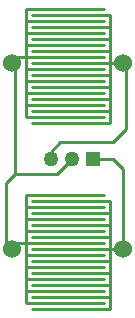
<source format=gtl>
%FSLAX25Y25*%
%MOIN*%
G70*
G01*
G75*
G04 Layer_Physical_Order=1*
G04 Layer_Color=255*
%ADD10C,0.06000*%
%ADD11C,0.01000*%
%ADD12R,0.05000X0.05000*%
%ADD13C,0.05000*%
D10*
X199000Y290000D02*
D03*
X236000D02*
D03*
Y352000D02*
D03*
X199000D02*
D03*
D11*
X237000Y330000D02*
Y351000D01*
X236000Y352000D02*
X237000Y351000D01*
X199000Y352000D02*
X200000Y351000D01*
X213913Y315000D02*
X218913Y320000D01*
X197000Y292000D02*
Y312000D01*
Y292000D02*
X199000Y290000D01*
X197000Y312000D02*
X200000Y315000D01*
X213913D01*
X200000D02*
Y351000D01*
X211827Y320000D02*
Y322327D01*
X215000Y325500D01*
X232500D01*
X237000Y330000D01*
X226000Y320000D02*
X232500D01*
X236000Y316500D01*
Y290000D02*
Y316500D01*
X205500Y270000D02*
X231500D01*
Y274000D01*
X203500Y308000D02*
X229500D01*
X203500Y304000D02*
Y308000D01*
X205500Y306000D02*
X231500D01*
Y302000D02*
Y306000D01*
X203500Y300000D02*
Y304000D01*
X231500Y294000D02*
Y302000D01*
X199000Y291000D02*
X200000Y292000D01*
X203500D01*
X231500Y278000D02*
Y283000D01*
X225000Y282000D02*
X231500D01*
Y290000D01*
X203500Y296000D02*
Y300000D01*
Y292000D02*
Y293500D01*
Y290000D02*
Y296000D01*
Y280000D02*
Y285000D01*
Y280000D02*
X229500D01*
X203500Y284000D02*
Y291500D01*
X232500Y290000D02*
X236000D01*
X203500Y276000D02*
Y280000D01*
Y276000D02*
X229500D01*
X231500Y290000D02*
Y294000D01*
X205500Y278000D02*
X231500D01*
X205500Y282000D02*
X225000D01*
X203500Y284000D02*
X229500D01*
X205500Y286000D02*
X231500D01*
X204000Y288000D02*
X229500D01*
X205500Y290000D02*
X232500D01*
X204000Y292000D02*
X229500D01*
X205500Y294000D02*
X231500D01*
X203500Y296000D02*
X229500D01*
X205500Y298000D02*
X231500D01*
X203500Y300000D02*
X229500D01*
X205500Y302000D02*
X231500D01*
X203500Y304000D02*
X229500D01*
X231500Y274000D02*
Y278000D01*
X205500Y274000D02*
X231500D01*
X203500Y272000D02*
X229500D01*
X203500D02*
Y276000D01*
Y334000D02*
Y338000D01*
Y334000D02*
X229500D01*
X205500Y336000D02*
X231500D01*
Y340000D01*
X203500Y366000D02*
X229500D01*
X205500Y364000D02*
X231500D01*
X203500Y362000D02*
X229500D01*
X205500Y360000D02*
X231500D01*
X203500Y358000D02*
X229500D01*
X205500Y356000D02*
X231500D01*
X204000Y354000D02*
X229500D01*
X205500Y352000D02*
X232500D01*
X204000Y350000D02*
X229500D01*
X205500Y348000D02*
X231500D01*
X203500Y346000D02*
X229500D01*
X205500Y344000D02*
X225000D01*
X205500Y340000D02*
X231500D01*
Y352000D02*
Y356000D01*
X203500Y338000D02*
X229500D01*
X203500D02*
Y342000D01*
X232500Y352000D02*
X236000D01*
X203500Y346000D02*
Y353500D01*
Y342000D02*
X229500D01*
X203500D02*
Y347000D01*
Y352000D02*
Y358000D01*
Y354000D02*
Y355500D01*
Y358000D02*
Y362000D01*
X231500Y344000D02*
Y352000D01*
X225000Y344000D02*
X231500D01*
Y340000D02*
Y345000D01*
X200000Y354000D02*
X203500D01*
X199000Y353000D02*
X200000Y354000D01*
X231500Y356000D02*
Y364000D01*
X203500Y362000D02*
Y366000D01*
X231500Y364000D02*
Y368000D01*
X205500D02*
X231500D01*
X203500Y366000D02*
Y370000D01*
X229500D01*
X231500Y332000D02*
Y336000D01*
X205500Y332000D02*
X231500D01*
D12*
X226000Y320000D02*
D03*
D13*
X218913D02*
D03*
X211827D02*
D03*
M02*

</source>
